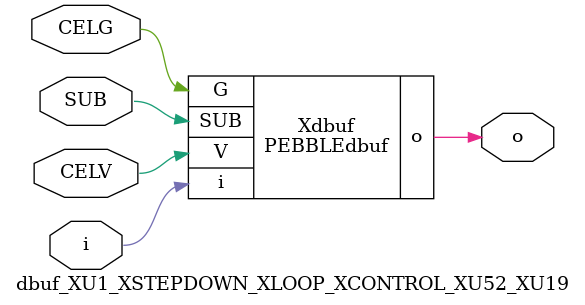
<source format=v>



module PEBBLEdbuf ( o, G, SUB, V, i );

  input V;
  input i;
  input G;
  output o;
  input SUB;
endmodule

//Celera Confidential Do Not Copy dbuf_XU1_XSTEPDOWN_XLOOP_XCONTROL_XU52_XU19
//Celera Confidential Symbol Generator
//Digital Buffer
module dbuf_XU1_XSTEPDOWN_XLOOP_XCONTROL_XU52_XU19 (CELV,CELG,i,o,SUB);
input CELV;
input CELG;
input i;
input SUB;
output o;

//Celera Confidential Do Not Copy dbuf
PEBBLEdbuf Xdbuf(
.V (CELV),
.i (i),
.o (o),
.SUB (SUB),
.G (CELG)
);
//,diesize,PEBBLEdbuf

//Celera Confidential Do Not Copy Module End
//Celera Schematic Generator
endmodule

</source>
